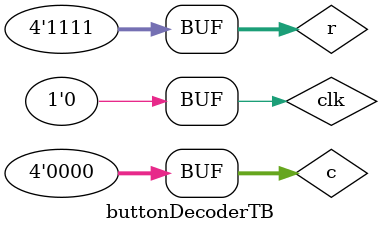
<source format=sv>

module buttonDecoderTB();
 // Set up test signals
 logic clk;
 logic [3:0] c;
 logic [3:0] r;
 logic [3:0] s;

 // Instantiate the device under test
 buttonDecoder dut(.c(c), .r(r), .s(s));

 // Generate clock signal with a period of 10 timesteps.
 always
   begin
     clk = 1; #5;
     clk = 0; #5;
   end

initial
 begin
	// test different inputs
	r = 4'b1000;
	c = 4'b0001;
	#20;
	r = 4'b0100;
	c = 4'b0010;
	#20;
	r = 4'b0010;
	c = 4'b1000;
	#20;
    r = 4'b1111;
    c = 4'b0000;
    #20;
 end
endmodule
</source>
